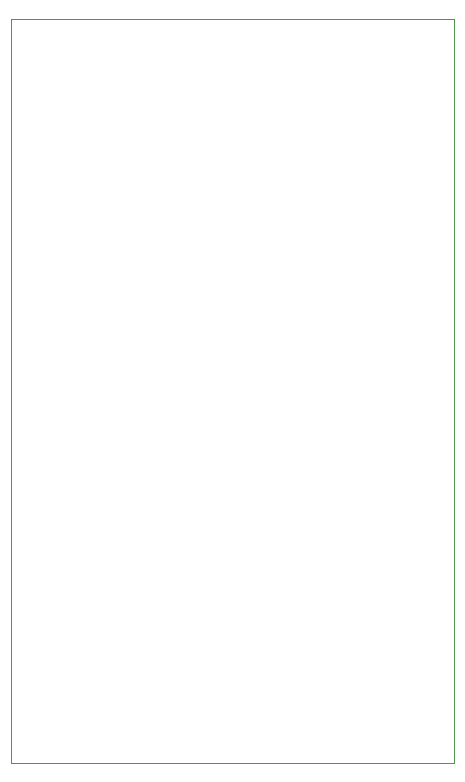
<source format=gbr>
%TF.GenerationSoftware,KiCad,Pcbnew,9.0.1*%
%TF.CreationDate,2025-04-23T18:23:56-07:00*%
%TF.ProjectId,rp2350,72703233-3530-42e6-9b69-6361645f7063,rev?*%
%TF.SameCoordinates,Original*%
%TF.FileFunction,Profile,NP*%
%FSLAX46Y46*%
G04 Gerber Fmt 4.6, Leading zero omitted, Abs format (unit mm)*
G04 Created by KiCad (PCBNEW 9.0.1) date 2025-04-23 18:23:56*
%MOMM*%
%LPD*%
G01*
G04 APERTURE LIST*
%TA.AperFunction,Profile*%
%ADD10C,0.050000*%
%TD*%
G04 APERTURE END LIST*
D10*
X103000000Y-50000000D02*
X140500000Y-50000000D01*
X140500000Y-113000000D01*
X103000000Y-113000000D01*
X103000000Y-50000000D01*
M02*

</source>
